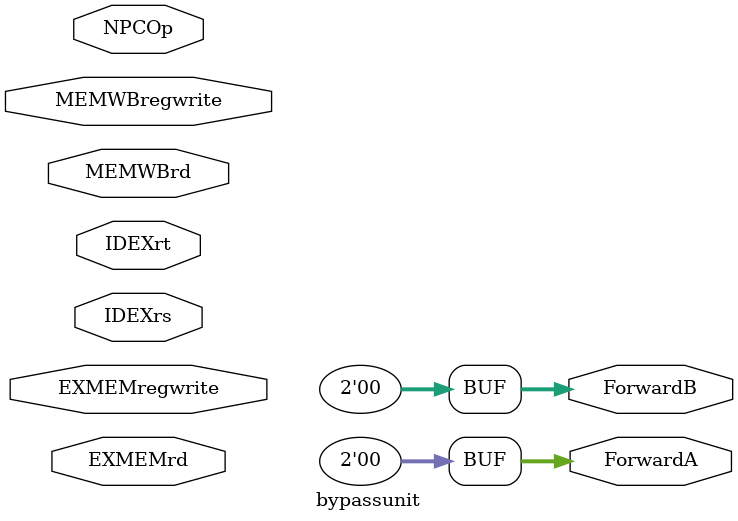
<source format=v>
module bypassunit (
	EXMEMrd, IDEXrs, IDEXrt, MEMWBrd, EXMEMregwrite, MEMWBregwrite, NPCOp, 
	ForwardA, ForwardB
);

    input       [4:0]   EXMEMrd;       // EX/MEM.RegisterRd
    input       [4:0]   IDEXrs;        // ID/EX.RegisterRs
    input       [4:0]   IDEXrt;        // ID/EX.RegisterRt
    input       [4:0]   MEMWBrd;       // MEM/WB.RegisterRd
    input               EXMEMregwrite; // EX/MEM.RegWrite
    input               MEMWBregwrite; // MEMWBregwrite
    input       [1:0]   NPCOp;

    output reg  [1:0]   ForwardA; 
    output reg  [1:0]   ForwardB;

    always @(*) begin
	    ForwardA = 2'b0;
            ForwardB = 2'b0;
	    if (EXMEMregwrite & (EXMEMrd[0] | EXMEMrd[1] | EXMEMrd[2] | EXMEMrd[3] | EXMEMrd[4])) begin
		    if (EXMEMrd == IDEXrs) begin
			    ForwardA <= 2'b10;
		    end
		    if (EXMEMrd == IDEXrt) begin
			    ForwardB <= 2'b10;
		    end
	    end
	    if (MEMWBregwrite & (EXMEMrd[0] | EXMEMrd[1] | EXMEMrd[2] | EXMEMrd[3] | EXMEMrd[4])) begin
		    if (EXMEMrd != IDEXrs && MEMWBrd == IDEXrs) begin
			    ForwardA <= 2'b01;
		    end
		    if (EXMEMrd != IDEXrt && MEMWBrd == IDEXrt) begin
			    ForwardB <= 2'b01;
		    end
	    end
	
	    if (NPCOp[0] | NPCOp[1]) begin
		    ForwardA = 2'b0;
		    ForwardB = 2'b0;
            end
    end


endmodule

</source>
